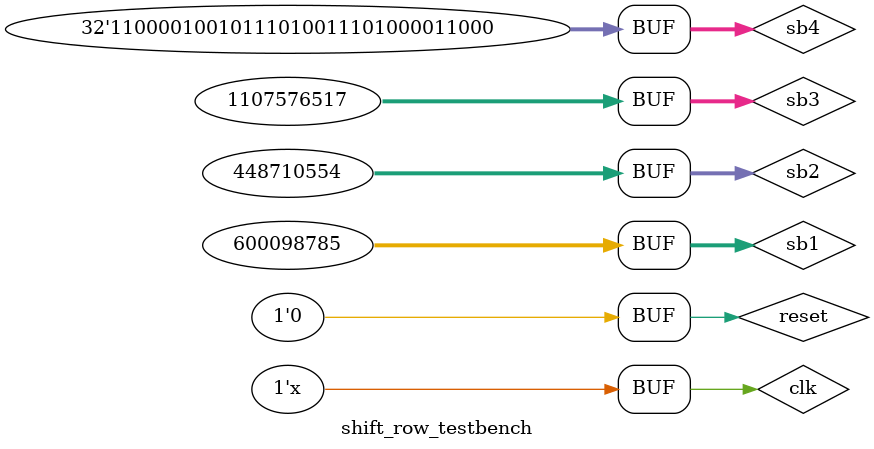
<source format=v>
`timescale 1ns / 1ps
module shift_row_testbench();

reg clk, reset;
reg [31:0] sb1;
reg [31:0] sb2;
reg [31:0] sb3;
reg [31:0] sb4;

wire [31:0] sr1;
wire [31:0] sr2;
wire [31:0] sr3;
wire [31:0] sr4;

shift_row DUT(.clk(clk), .reset(reset), .SB1(sb1), .SB2(sb2), .SB3(sb3), .SB4(sb4), .SR1(sr1), .SR2(sr2), .SR3(sr3), .SR4(sr4));
always #10 clk = ~clk;

initial begin
clk = 0;
#10 reset = 1;
#10 reset = 0;

sb1 <= 32'h23c4c7e1;  //expected sr1 = ACF2
sb2 <= 32'h1abec79a;  // expected sr2 = 4BA3
sb3 <= 32'h420446c5;  // expected sr3 = B5A36
sb4 <= 32'hc25d3a18;  //expected sr4 = E7BD
end
endmodule

</source>
